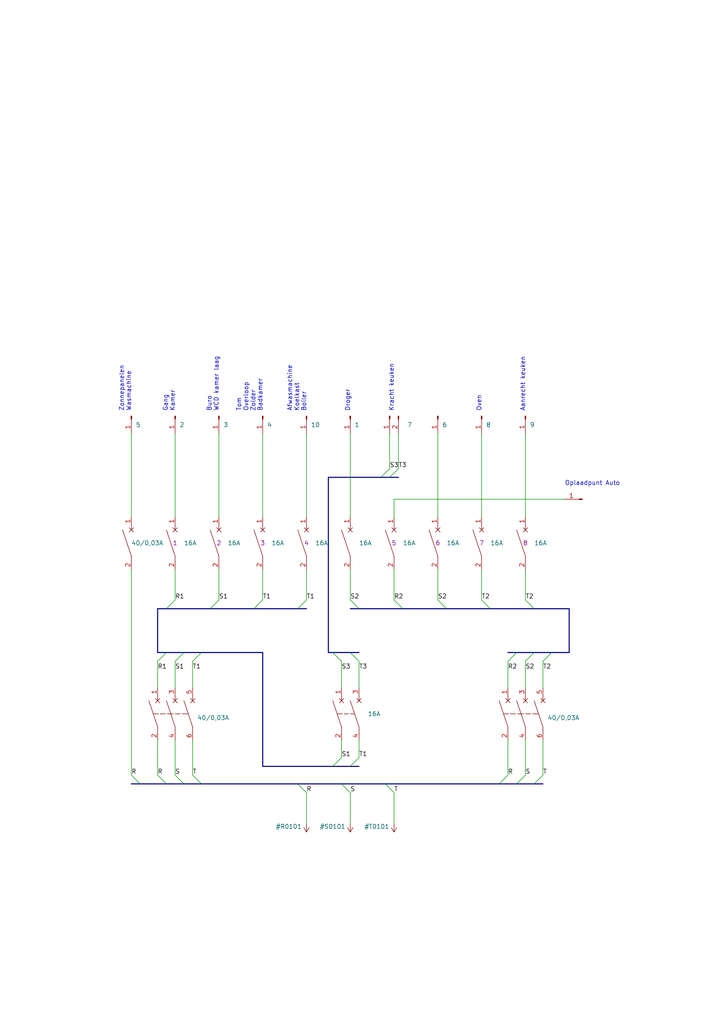
<source format=kicad_sch>
(kicad_sch (version 20211123) (generator eeschema)
  (paper "A4" portrait)
  (title_block (title "Meterkast Enschede") (date "2023-05-01") (rev "1.1.0"))
  (lib_symbols
    (symbol "Connector:Conn_01x01_Male" (pin_names (offset 1.016) hide)
      (property "Reference" "J" (at 0 2.54 0))
      (property "Value" "Conn_01x01_Male" (at 0 -2.54 0))
      (symbol "Conn_01x01_Male_1_1"
        (polyline (pts (xy 1.27 0) (xy 0.8636 0)) (stroke (width 0.1524)))
        (rectangle (start 0.8636 0.127) (end 0 -0.127) (stroke (width 0.1524)) (fill (type outline)))
        (pin passive line (at 5.08 0 180) (length 3.81) (name "Pin_1") (number "1"))
      )
    )
    (symbol "Connector:Conn_01x02_Male" (pin_names (offset 1.016) hide)
      (property "Reference" "J" (at 0 2.54 0))
      (property "Value" "Conn_01x02_Male" (at 0 -5.08 0))
      (symbol "Conn_01x02_Male_1_1"
        (polyline (pts (xy 1.27 -2.54) (xy 0.8636 -2.54)) (stroke (width 0.1524)))
        (polyline (pts (xy 1.27 0) (xy 0.8636 0)) (stroke (width 0.1524)))
        (rectangle (start 0.8636 -2.413) (end 0 -2.667) (stroke (width 0.1524)) (fill (type outline)))
        (rectangle (start 0.8636 0.127) (end 0 -0.127) (stroke (width 0.1524)) (fill (type outline)))
        (pin passive line (at 5.08 0 180) (length 3.81) (name "Pin_1") (number "1"))
        (pin passive line (at 5.08 -2.54 180) (length 3.81) (name "Pin_2") (number "2"))
      )
    )
    (symbol "Device:CircuitBreaker_1P"
      (property "Reference" "CB" (at 1.905 0 0))
      (property "Value" "CircuitBreaker_1P" (at 1.905 1.905 0))
      (symbol "CircuitBreaker_1P_0_1"
        (polyline (pts (xy 0 -5.08) (xy 0 -3.81)))
        (polyline (pts (xy 0 -3.81) (xy -2.54 3.81)))
      )
      (symbol "CircuitBreaker_1P_1_1"
        (polyline (pts (xy -0.635 4.445) (xy 0.635 3.175)))
        (polyline (pts (xy 0 5.08) (xy 0 3.81)))
        (polyline (pts (xy 0.635 4.445) (xy -0.635 3.175)))
        (pin passive line (at 0 7.62 270) (length 2.54) (name "~") (number "1"))
        (pin passive line (at 0 -7.62 90) (length 2.54) (name "~") (number "2"))
      )
    )
    (symbol "Device:CircuitBreaker_2P"
      (property "Reference" "CB" (at 3.81 0 0))
      (property "Value" "CircuitBreaker_2P" (at 3.81 2.54 0))
      (symbol "CircuitBreaker_2P_0_1"
        (polyline (pts (xy -3.81 0) (xy -2.286 0)))
        (polyline (pts (xy -2.54 -3.81) (xy -5.08 3.81)))
        (polyline (pts (xy -1.778 0) (xy -0.508 0)))
        (polyline (pts (xy 0 0) (xy 1.27 0)))
        (polyline (pts (xy 2.54 -5.08) (xy 2.54 -3.81)))
        (polyline (pts (xy 2.54 -3.81) (xy 0 3.81)))
      )
      (symbol "CircuitBreaker_2P_1_1"
        (polyline (pts (xy -3.175 4.445) (xy -1.905 3.175)))
        (polyline (pts (xy -2.54 -3.81) (xy -2.54 -5.08)))
        (polyline (pts (xy -2.54 5.08) (xy -2.54 3.81)))
        (polyline (pts (xy -1.905 4.445) (xy -3.175 3.175)))
        (polyline (pts (xy 1.905 4.445) (xy 3.175 3.175)))
        (polyline (pts (xy 2.54 5.08) (xy 2.54 3.81)))
        (polyline (pts (xy 3.175 4.445) (xy 1.905 3.175)))
        (pin passive line (at -2.54 7.62 270) (length 2.54) (name "~") (number "1"))
        (pin passive line (at -2.54 -7.62 90) (length 2.54) (name "~") (number "2"))
        (pin passive line (at 2.54 7.62 270) (length 2.54) (name "~") (number "3"))
        (pin passive line (at 2.54 -7.62 90) (length 2.54) (name "~") (number "4"))
      )
    )
    (symbol "Device:CircuitBreaker_3P"
      (property "Reference" "CB" (at 6.35 0 0))
      (property "Value" "CircuitBreaker_3P" (at 6.35 2.54 0))
      (symbol "CircuitBreaker_3P_0_1"
        (polyline (pts (xy -6.35 0) (xy -4.826 0)))
        (polyline (pts (xy -5.715 4.445) (xy -4.445 3.175)))
        (polyline (pts (xy -5.08 -5.08) (xy -5.08 -3.81)))
        (polyline (pts (xy -5.08 -3.81) (xy -7.62 3.81)))
        (polyline (pts (xy -5.08 5.08) (xy -5.08 3.81)))
        (polyline (pts (xy -4.445 4.445) (xy -5.715 3.175)))
        (polyline (pts (xy -2.286 0) (xy -0.508 0)))
        (polyline (pts (xy 0 -5.08) (xy 0 -3.81)))
        (polyline (pts (xy 0 -3.81) (xy -2.54 3.81)))
        (polyline (pts (xy 0 0) (xy 1.524 0)))
        (polyline (pts (xy 0 5.08) (xy 0 3.81)))
        (polyline (pts (xy 0.635 4.445) (xy -0.635 3.175)))
        (polyline (pts (xy 2.032 0) (xy 3.81 0)))
        (polyline (pts (xy 4.445 4.445) (xy 5.715 3.175)))
        (polyline (pts (xy 5.08 -5.08) (xy 5.08 -3.81)))
        (polyline (pts (xy 5.08 -3.81) (xy 2.54 3.81)))
        (polyline (pts (xy 5.08 5.08) (xy 5.08 3.81)))
        (polyline (pts (xy 5.715 4.445) (xy 4.445 3.175)))
        (polyline (pts (xy -4.318 0) (xy -2.794 0) (xy -3.048 0)))
        (polyline (pts (xy -0.635 4.445) (xy 0 3.81) (xy 0.635 3.175)))
      )
      (symbol "CircuitBreaker_3P_1_1"
        (pin passive line (at -5.08 7.62 270) (length 2.54) (name "~") (number "1"))
        (pin passive line (at -5.08 -7.62 90) (length 2.54) (name "~") (number "2"))
        (pin passive line (at 0 7.62 270) (length 2.54) (name "~") (number "3"))
        (pin passive line (at 0 -7.62 90) (length 2.54) (name "~") (number "4"))
        (pin passive line (at 5.08 7.62 270) (length 2.54) (name "~") (number "5"))
        (pin passive line (at 5.08 -7.62 90) (length 2.54) (name "~") (number "6"))
      )
    )
    (symbol "power:LINE" (power) (pin_names (offset 0))
      (property "Value" "LINE" (at 0 3.81 0))
      (symbol "LINE_0_1"
        (polyline (pts (xy -0.762 1.27) (xy 0 2.54)))
        (polyline (pts (xy 0 0) (xy 0 2.54)))
        (polyline (pts (xy 0 2.54) (xy 0.762 1.27)))
      )
      (symbol "LINE_1_1"
        (pin power_in line (at 0 0 90) (length 0) hide (name "LINE") (number "1"))
      )
    )
  )
  (bus_entry (at 86.36 176.53) (size 2.54 -2.54))
  (bus_entry (at 48.26 189.23) (size -2.54 2.54))
  (bus_entry (at 116.84 176.53) (size -2.54 -2.54))
  (bus_entry (at 48.26 176.53) (size 2.54 -2.54))
  (bus_entry (at 101.6 222.25) (size 2.54 -2.54))
  (bus_entry (at 144.78 227.33) (size 2.54 -2.54))
  (bus_entry (at 142.24 176.53) (size -2.54 -2.54))
  (bus_entry (at 149.86 189.23) (size -2.54 2.54))
  (bus_entry (at 53.34 189.23) (size -2.54 2.54))
  (bus_entry (at 86.36 227.33) (size 2.54 2.54))
  (bus_entry (at 58.42 227.33) (size -2.54 -2.54))
  (bus_entry (at 101.6 189.23) (size 2.54 2.54))
  (bus_entry (at 60.96 176.53) (size 2.54 -2.54))
  (bus_entry (at 154.94 227.33) (size 2.54 -2.54))
  (bus_entry (at 40.64 227.33) (size -2.54 -2.54))
  (bus_entry (at 104.14 176.53) (size -2.54 -2.54))
  (bus_entry (at 53.34 227.33) (size -2.54 -2.54))
  (bus_entry (at 154.94 176.53) (size -2.54 -2.54))
  (bus_entry (at 129.54 176.53) (size -2.54 -2.54))
  (bus_entry (at 48.26 227.33) (size -2.54 -2.54))
  (bus_entry (at 111.76 227.33) (size 2.54 2.54))
  (bus_entry (at 110.49 138.43) (size 2.54 -2.54))
  (bus_entry (at 99.06 227.33) (size 2.54 2.54))
  (bus_entry (at 113.03 138.43) (size 2.54 -2.54))
  (bus_entry (at 160.02 189.23) (size -2.54 2.54))
  (bus_entry (at 73.66 176.53) (size 2.54 -2.54))
  (bus_entry (at 96.52 189.23) (size 2.54 2.54))
  (bus_entry (at 58.42 189.23) (size -2.54 2.54))
  (bus_entry (at 154.94 189.23) (size -2.54 2.54))
  (bus_entry (at 149.86 227.33) (size 2.54 -2.54))
  (bus_entry (at 96.52 222.25) (size 2.54 -2.54))
  (wire (pts (xy 99.06 219.71) (xy 99.06 214.63)))
  (wire (pts (xy 63.5 125.73) (xy 63.5 149.86)))
  (bus (pts (xy 111.76 227.33) (xy 144.78 227.33)))
  (wire (pts (xy 55.88 214.63) (xy 55.88 224.79)))
  (wire (pts (xy 139.7 125.73) (xy 139.7 149.86)))
  (bus (pts (xy 60.96 176.53) (xy 73.66 176.53)))
  (wire (pts (xy 88.9 125.73) (xy 88.9 149.86)))
  (bus (pts (xy 45.72 176.53) (xy 48.26 176.53)))
  (bus (pts (xy 154.94 176.53) (xy 165.1 176.53)))
  (wire (pts (xy 147.32 214.63) (xy 147.32 224.79)))
  (bus (pts (xy 165.1 176.53) (xy 165.1 189.23)))
  (bus (pts (xy 73.66 176.53) (xy 86.36 176.53)))
  (wire (pts (xy 45.72 214.63) (xy 45.72 224.79)))
  (wire (pts (xy 152.4 199.39) (xy 152.4 191.77)))
  (wire (pts (xy 76.2 125.73) (xy 76.2 149.86)))
  (wire (pts (xy 63.5 165.1) (xy 63.5 173.99)))
  (wire (pts (xy 147.32 199.39) (xy 147.32 191.77)))
  (wire (pts (xy 152.4 125.73) (xy 152.4 149.86)))
  (wire (pts (xy 50.8 165.1) (xy 50.8 173.99)))
  (wire (pts (xy 50.8 214.63) (xy 50.8 224.79)))
  (bus (pts (xy 53.34 189.23) (xy 58.42 189.23)))
  (bus (pts (xy 53.34 227.33) (xy 58.42 227.33)))
  (wire (pts (xy 76.2 165.1) (xy 76.2 173.99)))
  (bus (pts (xy 101.6 222.25) (xy 104.14 222.25)))
  (wire (pts (xy 152.4 214.63) (xy 152.4 224.79)))
  (bus (pts (xy 116.84 176.53) (xy 129.54 176.53)))
  (bus (pts (xy 76.2 222.25) (xy 96.52 222.25)))
  (bus (pts (xy 38.1 227.33) (xy 40.64 227.33)))
  (bus (pts (xy 149.86 189.23) (xy 154.94 189.23)))
  (bus (pts (xy 96.52 222.25) (xy 101.6 222.25)))
  (wire (pts (xy 114.3 144.78) (xy 114.3 149.86)))
  (wire (pts (xy 163.83 144.78) (xy 114.3 144.78)))
  (bus (pts (xy 104.14 176.53) (xy 116.84 176.53)))
  (bus (pts (xy 58.42 189.23) (xy 76.2 189.23)))
  (bus (pts (xy 113.03 138.43) (xy 115.57 138.43)))
  (bus (pts (xy 95.25 138.43) (xy 110.49 138.43)))
  (bus (pts (xy 142.24 176.53) (xy 154.94 176.53)))
  (wire (pts (xy 115.57 125.73) (xy 115.57 135.89)))
  (wire (pts (xy 104.14 191.77) (xy 104.14 199.39)))
  (bus (pts (xy 154.94 189.23) (xy 160.02 189.23)))
  (wire (pts (xy 88.9 165.1) (xy 88.9 173.99)))
  (bus (pts (xy 96.52 189.23) (xy 101.6 189.23)))
  (wire (pts (xy 38.1 165.1) (xy 38.1 224.79)))
  (bus (pts (xy 160.02 189.23) (xy 165.1 189.23)))
  (bus (pts (xy 76.2 222.25) (xy 76.2 189.23)))
  (wire (pts (xy 127 125.73) (xy 127 149.86)))
  (bus (pts (xy 149.86 227.33) (xy 154.94 227.33)))
  (bus (pts (xy 45.72 189.23) (xy 48.26 189.23)))
  (wire (pts (xy 50.8 125.73) (xy 50.8 149.86)))
  (bus (pts (xy 58.42 227.33) (xy 86.36 227.33)))
  (wire (pts (xy 113.03 125.73) (xy 113.03 135.89)))
  (wire (pts (xy 114.3 229.87) (xy 114.3 238.76)))
  (wire (pts (xy 101.6 229.87) (xy 101.6 238.76)))
  (wire (pts (xy 45.72 199.39) (xy 45.72 191.77)))
  (wire (pts (xy 55.88 199.39) (xy 55.88 191.77)))
  (wire (pts (xy 38.1 125.73) (xy 38.1 149.86)))
  (bus (pts (xy 48.26 227.33) (xy 53.34 227.33)))
  (bus (pts (xy 101.6 176.53) (xy 104.14 176.53)))
  (bus (pts (xy 129.54 176.53) (xy 142.24 176.53)))
  (wire (pts (xy 127 165.1) (xy 127 173.99)))
  (bus (pts (xy 40.64 227.33) (xy 48.26 227.33)))
  (bus (pts (xy 99.06 227.33) (xy 111.76 227.33)))
  (bus (pts (xy 45.72 189.23) (xy 45.72 176.53)))
  (wire (pts (xy 88.9 229.87) (xy 88.9 238.76)))
  (wire (pts (xy 50.8 199.39) (xy 50.8 191.77)))
  (wire (pts (xy 157.48 214.63) (xy 157.48 224.79)))
  (wire (pts (xy 139.7 165.1) (xy 139.7 173.99)))
  (bus (pts (xy 147.32 189.23) (xy 149.86 189.23)))
  (bus (pts (xy 86.36 227.33) (xy 99.06 227.33)))
  (wire (pts (xy 152.4 165.1) (xy 152.4 173.99)))
  (bus (pts (xy 110.49 138.43) (xy 113.03 138.43)))
  (bus (pts (xy 101.6 189.23) (xy 104.14 189.23)))
  (bus (pts (xy 154.94 227.33) (xy 157.48 227.33)))
  (wire (pts (xy 99.06 191.77) (xy 99.06 199.39)))
  (wire (pts (xy 157.48 199.39) (xy 157.48 191.77)))
  (bus (pts (xy 48.26 176.53) (xy 60.96 176.53)))
  (bus (pts (xy 86.36 176.53) (xy 88.9 176.53)))
  (wire (pts (xy 114.3 165.1) (xy 114.3 173.99)))
  (bus (pts (xy 95.25 138.43) (xy 95.25 189.23)))
  (bus (pts (xy 144.78 227.33) (xy 149.86 227.33)))
  (wire (pts (xy 101.6 165.1) (xy 101.6 173.99)))
  (bus (pts (xy 95.25 189.23) (xy 96.52 189.23)))
  (wire (pts (xy 104.14 219.71) (xy 104.14 214.63)))
  (bus (pts (xy 48.26 189.23) (xy 53.34 189.23)))
  (wire (pts (xy 101.6 125.73) (xy 101.6 149.86)))
  (text "Droger" (at 101.6 119.38 90) (effects (font (size 1.27 1.27)) (justify left bottom)))
  (text "Aanrecht keuken" (at 152.4 119.38 90) (effects (font (size 1.27 1.27)) (justify left bottom)))
  (text "Oplaadpunt Auto" (at 163.83 140.97 0) (effects (font (size 1.27 1.27)) (justify left bottom)))
  (text "Zonnepanelen\nWasmachine" (at 38.1 119.38 90) (effects (font (size 1.27 1.27)) (justify left bottom)))
  (text "Buro\nWCD kamer laag" (at 63.5 119.38 90) (effects (font (size 1.27 1.27)) (justify left bottom)))
  (text "Tom\nOverloop\nZolder\nBadkamer" (at 76.2 119.38 90) (effects (font (size 1.27 1.27)) (justify left bottom)))
  (text "Afwasmachine\nKoelkast\nBoiler" (at 88.9 119.38 90) (effects (font (size 1.27 1.27)) (justify left bottom)))
  (text "Oven" (at 139.7 119.38 90) (effects (font (size 1.27 1.27)) (justify left bottom)))
  (text "Kracht keuken" (at 114.3 119.38 90) (effects (font (size 1.27 1.27)) (justify left bottom)))
  (text "Gang\nKamer" (at 50.8 119.38 90) (effects (font (size 1.27 1.27)) (justify left bottom)))
  (label "T3" (at 115.57 135.89 0))
  (label "T" (at 114.3 229.87 0))
  (label "S1" (at 99.06 219.71 0))
  (label "S" (at 152.4 224.79 0))
  (label "T2" (at 157.48 194.31 0))
  (label "T1" (at 76.2 173.99 0))
  (label "S3" (at 113.03 135.89 0))
  (label "R" (at 38.1 224.79 0))
  (label "T1" (at 55.88 194.31 0))
  (label "T2" (at 152.4 173.99 0))
  (label "R1" (at 45.72 194.31 0))
  (label "R" (at 147.32 224.79 0))
  (label "R1" (at 50.8 173.99 0))
  (label "S" (at 101.6 229.87 0))
  (label "T3" (at 104.14 194.31 0))
  (label "R" (at 45.72 224.79 0))
  (label "R" (at 88.9 229.87 0))
  (label "S2" (at 152.4 194.31 0))
  (label "S1" (at 63.5 173.99 0))
  (label "T1" (at 104.14 219.71 0))
  (label "S2" (at 127 173.99 0))
  (label "T1" (at 88.9 173.99 0))
  (label "T" (at 157.48 224.79 0))
  (label "S1" (at 50.8 194.31 0))
  (label "T" (at 55.88 224.79 0))
  (label "R2" (at 147.32 194.31 0))
  (label "S2" (at 101.6 173.99 0))
  (label "T2" (at 139.7 173.99 0))
  (label "S" (at 50.8 224.79 0))
  (label "S3" (at 99.06 194.31 0))
  (label "R2" (at 114.3 173.99 0))
  (symbol (lib_id "Device:CircuitBreaker_3P") (at 50.8 207.01 0) (unit 1)
    (property "Reference" "CB?" (effects hide))
    (property "Value" "40/0,03A" (at 57.2008 208.153 0) (effects (justify left)))
  )
  (symbol (lib_id "Device:CircuitBreaker_3P") (at 152.4 207.01 0) (unit 1)
    (property "Reference" "CB?" (effects hide))
    (property "Value" "40/0,03A" (at 158.8008 208.153 0) (effects (justify left)))
  )
  (symbol (lib_id "Device:CircuitBreaker_1P") (at 38.1 157.48 0) (unit 1)
    (property "Reference" "CB?" (effects hide))
    (property "Value" "40/0,03A" (at 38.1 157.48 0) (effects (justify left)))
  )
  (symbol (lib_id "power:LINE") (at 88.9 238.76 0) (mirror x) (unit 1)
    (property "Reference" "R" (at 87.5538 239.6998 0) (effects (justify right)))
    (property "Value" "LINE" (effects hide))
  )
  (symbol (lib_id "Device:CircuitBreaker_1P") (at 50.8 157.48 0) (unit 1)
    (property "Reference" "CB?" (effects hide))
    (property "Value" "16A" (at 53.34 157.48 0) (effects (justify left)))
    (property "Number" "1" (at 50.8 157.48 0))
  )
  (symbol (lib_id "power:LINE") (at 101.6 238.76 0) (mirror x) (unit 1)
    (property "Reference" "S" (at 100.2538 239.6998 0) (effects (justify right)))
    (property "Value" "LINE" (effects hide))
  )
  (symbol (lib_id "power:LINE") (at 114.3 238.76 0) (mirror x) (unit 1)
    (property "Reference" "T" (at 112.9538 239.6998 0) (effects (justify right)))
    (property "Value" "LINE" (effects hide))
  )
  (symbol (lib_id "Device:CircuitBreaker_1P") (at 63.5 157.48 0) (unit 1)
    (property "Reference" "CB?" (effects hide))
    (property "Value" "16A" (at 66.04 157.48 0) (effects (justify left)))
    (property "Number" "2" (at 63.5 157.48 0))
  )
  (symbol (lib_id "Device:CircuitBreaker_1P") (at 76.2 157.48 0) (unit 1)
    (property "Reference" "CB?" (effects hide))
    (property "Value" "16A" (at 78.74 157.48 0) (effects (justify left)))
    (property "Number" "3" (at 76.2 157.48 0))
  )
  (symbol (lib_id "Device:CircuitBreaker_1P") (at 88.9 157.48 0) (unit 1)
    (property "Reference" "CB?" (effects hide))
    (property "Value" "16A" (at 91.44 157.48 0) (effects (justify left)))
    (property "Number" "4" (at 88.9 157.48 0))
  )
  (symbol (lib_id "Device:CircuitBreaker_1P") (at 101.6 157.48 0) (unit 1)
    (property "Reference" "CB?" (effects hide))
    (property "Value" "16A" (at 104.14 157.48 0) (effects (justify left)))
  )
  (symbol (lib_id "Device:CircuitBreaker_1P") (at 114.3 157.48 0) (unit 1)
    (property "Reference" "CB?" (effects hide))
    (property "Value" "16A" (at 116.84 157.48 0) (effects (justify left)))
    (property "Number" "5" (at 114.3 157.48 0))
  )
  (symbol (lib_id "Device:CircuitBreaker_1P") (at 127 157.48 0) (unit 1)
    (property "Reference" "CB?" (effects hide))
    (property "Value" "16A" (at 129.54 157.48 0) (effects (justify left)))
    (property "Number" "6" (at 127 157.48 0))
  )
  (symbol (lib_id "Device:CircuitBreaker_1P") (at 139.7 157.48 0) (unit 1)
    (property "Reference" "CB?" (effects hide))
    (property "Value" "16A" (at 142.24 157.48 0) (effects (justify left)))
    (property "Number" "7" (at 139.7 157.48 0))
  )
  (symbol (lib_id "Device:CircuitBreaker_1P") (at 152.4 157.48 0) (unit 1)
    (property "Reference" "CB?" (effects hide))
    (property "Value" "16A" (at 154.94 157.48 0) (effects (justify left)))
    (property "Number" "8" (at 152.4 157.48 0))
  )
  (symbol (lib_id "Connector:Conn_01x01_Male") (at 101.6 120.65 270) (unit 1)
    (property "Reference" "J?" (effects hide))
    (property "Value" "1" (at 102.87 123.19 90) (effects (justify left)))
  )
  (symbol (lib_id "Connector:Conn_01x01_Male") (at 50.8 120.65 270) (unit 1)
    (property "Reference" "J?" (effects hide))
    (property "Value" "2" (at 52.07 123.19 90) (effects (justify left)))
  )
  (symbol (lib_id "Connector:Conn_01x01_Male") (at 63.5 120.65 270) (unit 1)
    (property "Reference" "J?" (effects hide))
    (property "Value" "3" (at 64.77 123.19 90) (effects (justify left)))
  )
  (symbol (lib_id "Connector:Conn_01x01_Male") (at 76.2 120.65 270) (unit 1)
    (property "Reference" "J?" (effects hide))
    (property "Value" "4" (at 77.47 123.19 90) (effects (justify left)))
  )
  (symbol (lib_id "Connector:Conn_01x01_Male") (at 38.1 120.65 270) (unit 1)
    (property "Reference" "J?" (effects hide))
    (property "Value" "5" (at 39.37 123.19 90) (effects (justify left)))
  )
  (symbol (lib_id "Connector:Conn_01x01_Male") (at 127 120.65 270) (unit 1)
    (property "Reference" "J?" (effects hide))
    (property "Value" "6" (at 128.27 123.19 90) (effects (justify left)))
  )
  (symbol (lib_id "Connector:Conn_01x01_Male") (at 139.7 120.65 270) (unit 1)
    (property "Reference" "J?" (effects hide))
    (property "Value" "8" (at 140.97 123.19 90) (effects (justify left)))
  )
  (symbol (lib_id "Connector:Conn_01x01_Male") (at 152.4 120.65 270) (unit 1)
    (property "Reference" "J?" (effects hide))
    (property "Value" "9" (at 153.67 123.19 90) (effects (justify left)))
  )
  (symbol (lib_id "Device:CircuitBreaker_2P") (at 101.6 207.01 0) (unit 1)
    (property "Reference" "CB?" (effects hide))
    (property "Value" "16A" (at 106.68 207.01 0) (effects (justify left)))
  )
  (symbol (lib_id "Connector:Conn_01x01_Male") (at 88.9 120.65 270) (unit 1)
    (property "Reference" "J?" (effects hide))
    (property "Value" "10" (at 90.17 123.19 90) (effects (justify left)))
  )
  (symbol (lib_id "Connector:Conn_01x02_Male") (at 113.03 120.65 90) (mirror x) (unit 1)
    (property "Reference" "J?" (effects hide))
    (property "Value" "7" (at 118.11 123.19 90) (effects (justify right)))
  )
  (symbol (lib_id "Connector:Conn_01x01_Male") (at 168.91 144.78 180) (unit 1)
    (property "Reference" "J?" (effects hide))
    (property "Value" "0" (effects hide))
  )
)
</source>
